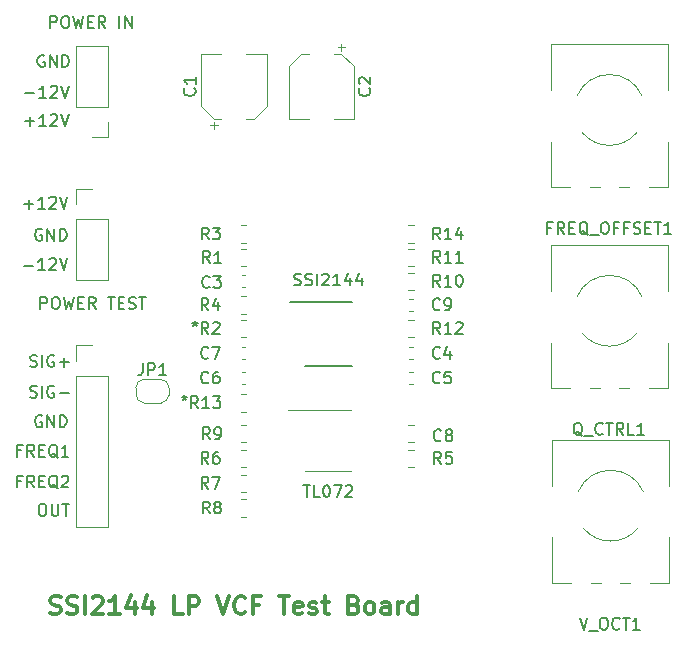
<source format=gbr>
%TF.GenerationSoftware,KiCad,Pcbnew,(6.0.11)*%
%TF.CreationDate,2023-01-31T16:53:48+00:00*%
%TF.ProjectId,Quilter,5175696c-7465-4722-9e6b-696361645f70,rev?*%
%TF.SameCoordinates,Original*%
%TF.FileFunction,Legend,Top*%
%TF.FilePolarity,Positive*%
%FSLAX46Y46*%
G04 Gerber Fmt 4.6, Leading zero omitted, Abs format (unit mm)*
G04 Created by KiCad (PCBNEW (6.0.11)) date 2023-01-31 16:53:48*
%MOMM*%
%LPD*%
G01*
G04 APERTURE LIST*
%ADD10C,0.150000*%
%ADD11C,0.300000*%
%ADD12C,0.120000*%
G04 APERTURE END LIST*
D10*
X53800000Y-74152380D02*
X53800000Y-74390476D01*
X53561904Y-74295238D02*
X53800000Y-74390476D01*
X54038095Y-74295238D01*
X53657142Y-74580952D02*
X53800000Y-74390476D01*
X53942857Y-74580952D01*
X54700000Y-67852380D02*
X54700000Y-68090476D01*
X54461904Y-67995238D02*
X54700000Y-68090476D01*
X54938095Y-67995238D01*
X54557142Y-68280952D02*
X54700000Y-68090476D01*
X54842857Y-68280952D01*
X39990476Y-81428571D02*
X39657142Y-81428571D01*
X39657142Y-81952380D02*
X39657142Y-80952380D01*
X40133333Y-80952380D01*
X41085714Y-81952380D02*
X40752380Y-81476190D01*
X40514285Y-81952380D02*
X40514285Y-80952380D01*
X40895238Y-80952380D01*
X40990476Y-81000000D01*
X41038095Y-81047619D01*
X41085714Y-81142857D01*
X41085714Y-81285714D01*
X41038095Y-81380952D01*
X40990476Y-81428571D01*
X40895238Y-81476190D01*
X40514285Y-81476190D01*
X41514285Y-81428571D02*
X41847619Y-81428571D01*
X41990476Y-81952380D02*
X41514285Y-81952380D01*
X41514285Y-80952380D01*
X41990476Y-80952380D01*
X43085714Y-82047619D02*
X42990476Y-82000000D01*
X42895238Y-81904761D01*
X42752380Y-81761904D01*
X42657142Y-81714285D01*
X42561904Y-81714285D01*
X42609523Y-81952380D02*
X42514285Y-81904761D01*
X42419047Y-81809523D01*
X42371428Y-81619047D01*
X42371428Y-81285714D01*
X42419047Y-81095238D01*
X42514285Y-81000000D01*
X42609523Y-80952380D01*
X42800000Y-80952380D01*
X42895238Y-81000000D01*
X42990476Y-81095238D01*
X43038095Y-81285714D01*
X43038095Y-81619047D01*
X42990476Y-81809523D01*
X42895238Y-81904761D01*
X42800000Y-81952380D01*
X42609523Y-81952380D01*
X43419047Y-81047619D02*
X43466666Y-81000000D01*
X43561904Y-80952380D01*
X43800000Y-80952380D01*
X43895238Y-81000000D01*
X43942857Y-81047619D01*
X43990476Y-81142857D01*
X43990476Y-81238095D01*
X43942857Y-81380952D01*
X43371428Y-81952380D01*
X43990476Y-81952380D01*
X40757142Y-74304761D02*
X40900000Y-74352380D01*
X41138095Y-74352380D01*
X41233333Y-74304761D01*
X41280952Y-74257142D01*
X41328571Y-74161904D01*
X41328571Y-74066666D01*
X41280952Y-73971428D01*
X41233333Y-73923809D01*
X41138095Y-73876190D01*
X40947619Y-73828571D01*
X40852380Y-73780952D01*
X40804761Y-73733333D01*
X40757142Y-73638095D01*
X40757142Y-73542857D01*
X40804761Y-73447619D01*
X40852380Y-73400000D01*
X40947619Y-73352380D01*
X41185714Y-73352380D01*
X41328571Y-73400000D01*
X41757142Y-74352380D02*
X41757142Y-73352380D01*
X42757142Y-73400000D02*
X42661904Y-73352380D01*
X42519047Y-73352380D01*
X42376190Y-73400000D01*
X42280952Y-73495238D01*
X42233333Y-73590476D01*
X42185714Y-73780952D01*
X42185714Y-73923809D01*
X42233333Y-74114285D01*
X42280952Y-74209523D01*
X42376190Y-74304761D01*
X42519047Y-74352380D01*
X42614285Y-74352380D01*
X42757142Y-74304761D01*
X42804761Y-74257142D01*
X42804761Y-73923809D01*
X42614285Y-73923809D01*
X43233333Y-73971428D02*
X43995238Y-73971428D01*
X40757142Y-71704761D02*
X40900000Y-71752380D01*
X41138095Y-71752380D01*
X41233333Y-71704761D01*
X41280952Y-71657142D01*
X41328571Y-71561904D01*
X41328571Y-71466666D01*
X41280952Y-71371428D01*
X41233333Y-71323809D01*
X41138095Y-71276190D01*
X40947619Y-71228571D01*
X40852380Y-71180952D01*
X40804761Y-71133333D01*
X40757142Y-71038095D01*
X40757142Y-70942857D01*
X40804761Y-70847619D01*
X40852380Y-70800000D01*
X40947619Y-70752380D01*
X41185714Y-70752380D01*
X41328571Y-70800000D01*
X41757142Y-71752380D02*
X41757142Y-70752380D01*
X42757142Y-70800000D02*
X42661904Y-70752380D01*
X42519047Y-70752380D01*
X42376190Y-70800000D01*
X42280952Y-70895238D01*
X42233333Y-70990476D01*
X42185714Y-71180952D01*
X42185714Y-71323809D01*
X42233333Y-71514285D01*
X42280952Y-71609523D01*
X42376190Y-71704761D01*
X42519047Y-71752380D01*
X42614285Y-71752380D01*
X42757142Y-71704761D01*
X42804761Y-71657142D01*
X42804761Y-71323809D01*
X42614285Y-71323809D01*
X43233333Y-71371428D02*
X43995238Y-71371428D01*
X43614285Y-71752380D02*
X43614285Y-70990476D01*
X39990476Y-78828571D02*
X39657142Y-78828571D01*
X39657142Y-79352380D02*
X39657142Y-78352380D01*
X40133333Y-78352380D01*
X41085714Y-79352380D02*
X40752380Y-78876190D01*
X40514285Y-79352380D02*
X40514285Y-78352380D01*
X40895238Y-78352380D01*
X40990476Y-78400000D01*
X41038095Y-78447619D01*
X41085714Y-78542857D01*
X41085714Y-78685714D01*
X41038095Y-78780952D01*
X40990476Y-78828571D01*
X40895238Y-78876190D01*
X40514285Y-78876190D01*
X41514285Y-78828571D02*
X41847619Y-78828571D01*
X41990476Y-79352380D02*
X41514285Y-79352380D01*
X41514285Y-78352380D01*
X41990476Y-78352380D01*
X43085714Y-79447619D02*
X42990476Y-79400000D01*
X42895238Y-79304761D01*
X42752380Y-79161904D01*
X42657142Y-79114285D01*
X42561904Y-79114285D01*
X42609523Y-79352380D02*
X42514285Y-79304761D01*
X42419047Y-79209523D01*
X42371428Y-79019047D01*
X42371428Y-78685714D01*
X42419047Y-78495238D01*
X42514285Y-78400000D01*
X42609523Y-78352380D01*
X42800000Y-78352380D01*
X42895238Y-78400000D01*
X42990476Y-78495238D01*
X43038095Y-78685714D01*
X43038095Y-79019047D01*
X42990476Y-79209523D01*
X42895238Y-79304761D01*
X42800000Y-79352380D01*
X42609523Y-79352380D01*
X43990476Y-79352380D02*
X43419047Y-79352380D01*
X43704761Y-79352380D02*
X43704761Y-78352380D01*
X43609523Y-78495238D01*
X43514285Y-78590476D01*
X43419047Y-78638095D01*
X41738095Y-75900000D02*
X41642857Y-75852380D01*
X41500000Y-75852380D01*
X41357142Y-75900000D01*
X41261904Y-75995238D01*
X41214285Y-76090476D01*
X41166666Y-76280952D01*
X41166666Y-76423809D01*
X41214285Y-76614285D01*
X41261904Y-76709523D01*
X41357142Y-76804761D01*
X41500000Y-76852380D01*
X41595238Y-76852380D01*
X41738095Y-76804761D01*
X41785714Y-76757142D01*
X41785714Y-76423809D01*
X41595238Y-76423809D01*
X42214285Y-76852380D02*
X42214285Y-75852380D01*
X42785714Y-76852380D01*
X42785714Y-75852380D01*
X43261904Y-76852380D02*
X43261904Y-75852380D01*
X43500000Y-75852380D01*
X43642857Y-75900000D01*
X43738095Y-75995238D01*
X43785714Y-76090476D01*
X43833333Y-76280952D01*
X43833333Y-76423809D01*
X43785714Y-76614285D01*
X43738095Y-76709523D01*
X43642857Y-76804761D01*
X43500000Y-76852380D01*
X43261904Y-76852380D01*
X41700000Y-83352380D02*
X41890476Y-83352380D01*
X41985714Y-83400000D01*
X42080952Y-83495238D01*
X42128571Y-83685714D01*
X42128571Y-84019047D01*
X42080952Y-84209523D01*
X41985714Y-84304761D01*
X41890476Y-84352380D01*
X41700000Y-84352380D01*
X41604761Y-84304761D01*
X41509523Y-84209523D01*
X41461904Y-84019047D01*
X41461904Y-83685714D01*
X41509523Y-83495238D01*
X41604761Y-83400000D01*
X41700000Y-83352380D01*
X42557142Y-83352380D02*
X42557142Y-84161904D01*
X42604761Y-84257142D01*
X42652380Y-84304761D01*
X42747619Y-84352380D01*
X42938095Y-84352380D01*
X43033333Y-84304761D01*
X43080952Y-84257142D01*
X43128571Y-84161904D01*
X43128571Y-83352380D01*
X43461904Y-83352380D02*
X44033333Y-83352380D01*
X43747619Y-84352380D02*
X43747619Y-83352380D01*
X41619047Y-66852380D02*
X41619047Y-65852380D01*
X42000000Y-65852380D01*
X42095238Y-65900000D01*
X42142857Y-65947619D01*
X42190476Y-66042857D01*
X42190476Y-66185714D01*
X42142857Y-66280952D01*
X42095238Y-66328571D01*
X42000000Y-66376190D01*
X41619047Y-66376190D01*
X42809523Y-65852380D02*
X43000000Y-65852380D01*
X43095238Y-65900000D01*
X43190476Y-65995238D01*
X43238095Y-66185714D01*
X43238095Y-66519047D01*
X43190476Y-66709523D01*
X43095238Y-66804761D01*
X43000000Y-66852380D01*
X42809523Y-66852380D01*
X42714285Y-66804761D01*
X42619047Y-66709523D01*
X42571428Y-66519047D01*
X42571428Y-66185714D01*
X42619047Y-65995238D01*
X42714285Y-65900000D01*
X42809523Y-65852380D01*
X43571428Y-65852380D02*
X43809523Y-66852380D01*
X44000000Y-66138095D01*
X44190476Y-66852380D01*
X44428571Y-65852380D01*
X44809523Y-66328571D02*
X45142857Y-66328571D01*
X45285714Y-66852380D02*
X44809523Y-66852380D01*
X44809523Y-65852380D01*
X45285714Y-65852380D01*
X46285714Y-66852380D02*
X45952380Y-66376190D01*
X45714285Y-66852380D02*
X45714285Y-65852380D01*
X46095238Y-65852380D01*
X46190476Y-65900000D01*
X46238095Y-65947619D01*
X46285714Y-66042857D01*
X46285714Y-66185714D01*
X46238095Y-66280952D01*
X46190476Y-66328571D01*
X46095238Y-66376190D01*
X45714285Y-66376190D01*
X47333333Y-65852380D02*
X47904761Y-65852380D01*
X47619047Y-66852380D02*
X47619047Y-65852380D01*
X48238095Y-66328571D02*
X48571428Y-66328571D01*
X48714285Y-66852380D02*
X48238095Y-66852380D01*
X48238095Y-65852380D01*
X48714285Y-65852380D01*
X49095238Y-66804761D02*
X49238095Y-66852380D01*
X49476190Y-66852380D01*
X49571428Y-66804761D01*
X49619047Y-66757142D01*
X49666666Y-66661904D01*
X49666666Y-66566666D01*
X49619047Y-66471428D01*
X49571428Y-66423809D01*
X49476190Y-66376190D01*
X49285714Y-66328571D01*
X49190476Y-66280952D01*
X49142857Y-66233333D01*
X49095238Y-66138095D01*
X49095238Y-66042857D01*
X49142857Y-65947619D01*
X49190476Y-65900000D01*
X49285714Y-65852380D01*
X49523809Y-65852380D01*
X49666666Y-65900000D01*
X49952380Y-65852380D02*
X50523809Y-65852380D01*
X50238095Y-66852380D02*
X50238095Y-65852380D01*
X42447619Y-43052380D02*
X42447619Y-42052380D01*
X42828571Y-42052380D01*
X42923809Y-42100000D01*
X42971428Y-42147619D01*
X43019047Y-42242857D01*
X43019047Y-42385714D01*
X42971428Y-42480952D01*
X42923809Y-42528571D01*
X42828571Y-42576190D01*
X42447619Y-42576190D01*
X43638095Y-42052380D02*
X43828571Y-42052380D01*
X43923809Y-42100000D01*
X44019047Y-42195238D01*
X44066666Y-42385714D01*
X44066666Y-42719047D01*
X44019047Y-42909523D01*
X43923809Y-43004761D01*
X43828571Y-43052380D01*
X43638095Y-43052380D01*
X43542857Y-43004761D01*
X43447619Y-42909523D01*
X43400000Y-42719047D01*
X43400000Y-42385714D01*
X43447619Y-42195238D01*
X43542857Y-42100000D01*
X43638095Y-42052380D01*
X44400000Y-42052380D02*
X44638095Y-43052380D01*
X44828571Y-42338095D01*
X45019047Y-43052380D01*
X45257142Y-42052380D01*
X45638095Y-42528571D02*
X45971428Y-42528571D01*
X46114285Y-43052380D02*
X45638095Y-43052380D01*
X45638095Y-42052380D01*
X46114285Y-42052380D01*
X47114285Y-43052380D02*
X46780952Y-42576190D01*
X46542857Y-43052380D02*
X46542857Y-42052380D01*
X46923809Y-42052380D01*
X47019047Y-42100000D01*
X47066666Y-42147619D01*
X47114285Y-42242857D01*
X47114285Y-42385714D01*
X47066666Y-42480952D01*
X47019047Y-42528571D01*
X46923809Y-42576190D01*
X46542857Y-42576190D01*
X48304761Y-43052380D02*
X48304761Y-42052380D01*
X48780952Y-43052380D02*
X48780952Y-42052380D01*
X49352380Y-43052380D01*
X49352380Y-42052380D01*
X41738095Y-60100000D02*
X41642857Y-60052380D01*
X41500000Y-60052380D01*
X41357142Y-60100000D01*
X41261904Y-60195238D01*
X41214285Y-60290476D01*
X41166666Y-60480952D01*
X41166666Y-60623809D01*
X41214285Y-60814285D01*
X41261904Y-60909523D01*
X41357142Y-61004761D01*
X41500000Y-61052380D01*
X41595238Y-61052380D01*
X41738095Y-61004761D01*
X41785714Y-60957142D01*
X41785714Y-60623809D01*
X41595238Y-60623809D01*
X42214285Y-61052380D02*
X42214285Y-60052380D01*
X42785714Y-61052380D01*
X42785714Y-60052380D01*
X43261904Y-61052380D02*
X43261904Y-60052380D01*
X43500000Y-60052380D01*
X43642857Y-60100000D01*
X43738095Y-60195238D01*
X43785714Y-60290476D01*
X43833333Y-60480952D01*
X43833333Y-60623809D01*
X43785714Y-60814285D01*
X43738095Y-60909523D01*
X43642857Y-61004761D01*
X43500000Y-61052380D01*
X43261904Y-61052380D01*
X40238095Y-63171428D02*
X41000000Y-63171428D01*
X42000000Y-63552380D02*
X41428571Y-63552380D01*
X41714285Y-63552380D02*
X41714285Y-62552380D01*
X41619047Y-62695238D01*
X41523809Y-62790476D01*
X41428571Y-62838095D01*
X42380952Y-62647619D02*
X42428571Y-62600000D01*
X42523809Y-62552380D01*
X42761904Y-62552380D01*
X42857142Y-62600000D01*
X42904761Y-62647619D01*
X42952380Y-62742857D01*
X42952380Y-62838095D01*
X42904761Y-62980952D01*
X42333333Y-63552380D01*
X42952380Y-63552380D01*
X43238095Y-62552380D02*
X43571428Y-63552380D01*
X43904761Y-62552380D01*
X40238095Y-57971428D02*
X41000000Y-57971428D01*
X40619047Y-58352380D02*
X40619047Y-57590476D01*
X42000000Y-58352380D02*
X41428571Y-58352380D01*
X41714285Y-58352380D02*
X41714285Y-57352380D01*
X41619047Y-57495238D01*
X41523809Y-57590476D01*
X41428571Y-57638095D01*
X42380952Y-57447619D02*
X42428571Y-57400000D01*
X42523809Y-57352380D01*
X42761904Y-57352380D01*
X42857142Y-57400000D01*
X42904761Y-57447619D01*
X42952380Y-57542857D01*
X42952380Y-57638095D01*
X42904761Y-57780952D01*
X42333333Y-58352380D01*
X42952380Y-58352380D01*
X43238095Y-57352380D02*
X43571428Y-58352380D01*
X43904761Y-57352380D01*
X40338095Y-50971428D02*
X41100000Y-50971428D01*
X40719047Y-51352380D02*
X40719047Y-50590476D01*
X42100000Y-51352380D02*
X41528571Y-51352380D01*
X41814285Y-51352380D02*
X41814285Y-50352380D01*
X41719047Y-50495238D01*
X41623809Y-50590476D01*
X41528571Y-50638095D01*
X42480952Y-50447619D02*
X42528571Y-50400000D01*
X42623809Y-50352380D01*
X42861904Y-50352380D01*
X42957142Y-50400000D01*
X43004761Y-50447619D01*
X43052380Y-50542857D01*
X43052380Y-50638095D01*
X43004761Y-50780952D01*
X42433333Y-51352380D01*
X43052380Y-51352380D01*
X43338095Y-50352380D02*
X43671428Y-51352380D01*
X44004761Y-50352380D01*
X40338095Y-48571428D02*
X41100000Y-48571428D01*
X42100000Y-48952380D02*
X41528571Y-48952380D01*
X41814285Y-48952380D02*
X41814285Y-47952380D01*
X41719047Y-48095238D01*
X41623809Y-48190476D01*
X41528571Y-48238095D01*
X42480952Y-48047619D02*
X42528571Y-48000000D01*
X42623809Y-47952380D01*
X42861904Y-47952380D01*
X42957142Y-48000000D01*
X43004761Y-48047619D01*
X43052380Y-48142857D01*
X43052380Y-48238095D01*
X43004761Y-48380952D01*
X42433333Y-48952380D01*
X43052380Y-48952380D01*
X43338095Y-47952380D02*
X43671428Y-48952380D01*
X44004761Y-47952380D01*
X41938095Y-45400000D02*
X41842857Y-45352380D01*
X41700000Y-45352380D01*
X41557142Y-45400000D01*
X41461904Y-45495238D01*
X41414285Y-45590476D01*
X41366666Y-45780952D01*
X41366666Y-45923809D01*
X41414285Y-46114285D01*
X41461904Y-46209523D01*
X41557142Y-46304761D01*
X41700000Y-46352380D01*
X41795238Y-46352380D01*
X41938095Y-46304761D01*
X41985714Y-46257142D01*
X41985714Y-45923809D01*
X41795238Y-45923809D01*
X42414285Y-46352380D02*
X42414285Y-45352380D01*
X42985714Y-46352380D01*
X42985714Y-45352380D01*
X43461904Y-46352380D02*
X43461904Y-45352380D01*
X43700000Y-45352380D01*
X43842857Y-45400000D01*
X43938095Y-45495238D01*
X43985714Y-45590476D01*
X44033333Y-45780952D01*
X44033333Y-45923809D01*
X43985714Y-46114285D01*
X43938095Y-46209523D01*
X43842857Y-46304761D01*
X43700000Y-46352380D01*
X43461904Y-46352380D01*
X63880952Y-81752380D02*
X64452380Y-81752380D01*
X64166666Y-82752380D02*
X64166666Y-81752380D01*
X65261904Y-82752380D02*
X64785714Y-82752380D01*
X64785714Y-81752380D01*
X65785714Y-81752380D02*
X65880952Y-81752380D01*
X65976190Y-81800000D01*
X66023809Y-81847619D01*
X66071428Y-81942857D01*
X66119047Y-82133333D01*
X66119047Y-82371428D01*
X66071428Y-82561904D01*
X66023809Y-82657142D01*
X65976190Y-82704761D01*
X65880952Y-82752380D01*
X65785714Y-82752380D01*
X65690476Y-82704761D01*
X65642857Y-82657142D01*
X65595238Y-82561904D01*
X65547619Y-82371428D01*
X65547619Y-82133333D01*
X65595238Y-81942857D01*
X65642857Y-81847619D01*
X65690476Y-81800000D01*
X65785714Y-81752380D01*
X66452380Y-81752380D02*
X67119047Y-81752380D01*
X66690476Y-82752380D01*
X67452380Y-81847619D02*
X67500000Y-81800000D01*
X67595238Y-81752380D01*
X67833333Y-81752380D01*
X67928571Y-81800000D01*
X67976190Y-81847619D01*
X68023809Y-81942857D01*
X68023809Y-82038095D01*
X67976190Y-82180952D01*
X67404761Y-82752380D01*
X68023809Y-82752380D01*
X63095238Y-64804761D02*
X63238095Y-64852380D01*
X63476190Y-64852380D01*
X63571428Y-64804761D01*
X63619047Y-64757142D01*
X63666666Y-64661904D01*
X63666666Y-64566666D01*
X63619047Y-64471428D01*
X63571428Y-64423809D01*
X63476190Y-64376190D01*
X63285714Y-64328571D01*
X63190476Y-64280952D01*
X63142857Y-64233333D01*
X63095238Y-64138095D01*
X63095238Y-64042857D01*
X63142857Y-63947619D01*
X63190476Y-63900000D01*
X63285714Y-63852380D01*
X63523809Y-63852380D01*
X63666666Y-63900000D01*
X64047619Y-64804761D02*
X64190476Y-64852380D01*
X64428571Y-64852380D01*
X64523809Y-64804761D01*
X64571428Y-64757142D01*
X64619047Y-64661904D01*
X64619047Y-64566666D01*
X64571428Y-64471428D01*
X64523809Y-64423809D01*
X64428571Y-64376190D01*
X64238095Y-64328571D01*
X64142857Y-64280952D01*
X64095238Y-64233333D01*
X64047619Y-64138095D01*
X64047619Y-64042857D01*
X64095238Y-63947619D01*
X64142857Y-63900000D01*
X64238095Y-63852380D01*
X64476190Y-63852380D01*
X64619047Y-63900000D01*
X65047619Y-64852380D02*
X65047619Y-63852380D01*
X65476190Y-63947619D02*
X65523809Y-63900000D01*
X65619047Y-63852380D01*
X65857142Y-63852380D01*
X65952380Y-63900000D01*
X66000000Y-63947619D01*
X66047619Y-64042857D01*
X66047619Y-64138095D01*
X66000000Y-64280952D01*
X65428571Y-64852380D01*
X66047619Y-64852380D01*
X67000000Y-64852380D02*
X66428571Y-64852380D01*
X66714285Y-64852380D02*
X66714285Y-63852380D01*
X66619047Y-63995238D01*
X66523809Y-64090476D01*
X66428571Y-64138095D01*
X67857142Y-64185714D02*
X67857142Y-64852380D01*
X67619047Y-63804761D02*
X67380952Y-64519047D01*
X68000000Y-64519047D01*
X68809523Y-64185714D02*
X68809523Y-64852380D01*
X68571428Y-63804761D02*
X68333333Y-64519047D01*
X68952380Y-64519047D01*
D11*
X42464285Y-92607142D02*
X42678571Y-92678571D01*
X43035714Y-92678571D01*
X43178571Y-92607142D01*
X43250000Y-92535714D01*
X43321428Y-92392857D01*
X43321428Y-92250000D01*
X43250000Y-92107142D01*
X43178571Y-92035714D01*
X43035714Y-91964285D01*
X42750000Y-91892857D01*
X42607142Y-91821428D01*
X42535714Y-91750000D01*
X42464285Y-91607142D01*
X42464285Y-91464285D01*
X42535714Y-91321428D01*
X42607142Y-91250000D01*
X42750000Y-91178571D01*
X43107142Y-91178571D01*
X43321428Y-91250000D01*
X43892857Y-92607142D02*
X44107142Y-92678571D01*
X44464285Y-92678571D01*
X44607142Y-92607142D01*
X44678571Y-92535714D01*
X44750000Y-92392857D01*
X44750000Y-92250000D01*
X44678571Y-92107142D01*
X44607142Y-92035714D01*
X44464285Y-91964285D01*
X44178571Y-91892857D01*
X44035714Y-91821428D01*
X43964285Y-91750000D01*
X43892857Y-91607142D01*
X43892857Y-91464285D01*
X43964285Y-91321428D01*
X44035714Y-91250000D01*
X44178571Y-91178571D01*
X44535714Y-91178571D01*
X44750000Y-91250000D01*
X45392857Y-92678571D02*
X45392857Y-91178571D01*
X46035714Y-91321428D02*
X46107142Y-91250000D01*
X46250000Y-91178571D01*
X46607142Y-91178571D01*
X46750000Y-91250000D01*
X46821428Y-91321428D01*
X46892857Y-91464285D01*
X46892857Y-91607142D01*
X46821428Y-91821428D01*
X45964285Y-92678571D01*
X46892857Y-92678571D01*
X48321428Y-92678571D02*
X47464285Y-92678571D01*
X47892857Y-92678571D02*
X47892857Y-91178571D01*
X47750000Y-91392857D01*
X47607142Y-91535714D01*
X47464285Y-91607142D01*
X49607142Y-91678571D02*
X49607142Y-92678571D01*
X49249999Y-91107142D02*
X48892857Y-92178571D01*
X49821428Y-92178571D01*
X51035714Y-91678571D02*
X51035714Y-92678571D01*
X50678571Y-91107142D02*
X50321428Y-92178571D01*
X51249999Y-92178571D01*
X53678571Y-92678571D02*
X52964285Y-92678571D01*
X52964285Y-91178571D01*
X54178571Y-92678571D02*
X54178571Y-91178571D01*
X54749999Y-91178571D01*
X54892857Y-91250000D01*
X54964285Y-91321428D01*
X55035714Y-91464285D01*
X55035714Y-91678571D01*
X54964285Y-91821428D01*
X54892857Y-91892857D01*
X54749999Y-91964285D01*
X54178571Y-91964285D01*
X56607142Y-91178571D02*
X57107142Y-92678571D01*
X57607142Y-91178571D01*
X58964285Y-92535714D02*
X58892857Y-92607142D01*
X58678571Y-92678571D01*
X58535714Y-92678571D01*
X58321428Y-92607142D01*
X58178571Y-92464285D01*
X58107142Y-92321428D01*
X58035714Y-92035714D01*
X58035714Y-91821428D01*
X58107142Y-91535714D01*
X58178571Y-91392857D01*
X58321428Y-91250000D01*
X58535714Y-91178571D01*
X58678571Y-91178571D01*
X58892857Y-91250000D01*
X58964285Y-91321428D01*
X60107142Y-91892857D02*
X59607142Y-91892857D01*
X59607142Y-92678571D02*
X59607142Y-91178571D01*
X60321428Y-91178571D01*
X61821428Y-91178571D02*
X62678571Y-91178571D01*
X62249999Y-92678571D02*
X62249999Y-91178571D01*
X63749999Y-92607142D02*
X63607142Y-92678571D01*
X63321428Y-92678571D01*
X63178571Y-92607142D01*
X63107142Y-92464285D01*
X63107142Y-91892857D01*
X63178571Y-91750000D01*
X63321428Y-91678571D01*
X63607142Y-91678571D01*
X63749999Y-91750000D01*
X63821428Y-91892857D01*
X63821428Y-92035714D01*
X63107142Y-92178571D01*
X64392857Y-92607142D02*
X64535714Y-92678571D01*
X64821428Y-92678571D01*
X64964285Y-92607142D01*
X65035714Y-92464285D01*
X65035714Y-92392857D01*
X64964285Y-92250000D01*
X64821428Y-92178571D01*
X64607142Y-92178571D01*
X64464285Y-92107142D01*
X64392857Y-91964285D01*
X64392857Y-91892857D01*
X64464285Y-91750000D01*
X64607142Y-91678571D01*
X64821428Y-91678571D01*
X64964285Y-91750000D01*
X65464285Y-91678571D02*
X66035714Y-91678571D01*
X65678571Y-91178571D02*
X65678571Y-92464285D01*
X65749999Y-92607142D01*
X65892857Y-92678571D01*
X66035714Y-92678571D01*
X68178571Y-91892857D02*
X68392857Y-91964285D01*
X68464285Y-92035714D01*
X68535714Y-92178571D01*
X68535714Y-92392857D01*
X68464285Y-92535714D01*
X68392857Y-92607142D01*
X68250000Y-92678571D01*
X67678571Y-92678571D01*
X67678571Y-91178571D01*
X68178571Y-91178571D01*
X68321428Y-91250000D01*
X68392857Y-91321428D01*
X68464285Y-91464285D01*
X68464285Y-91607142D01*
X68392857Y-91750000D01*
X68321428Y-91821428D01*
X68178571Y-91892857D01*
X67678571Y-91892857D01*
X69392857Y-92678571D02*
X69250000Y-92607142D01*
X69178571Y-92535714D01*
X69107142Y-92392857D01*
X69107142Y-91964285D01*
X69178571Y-91821428D01*
X69250000Y-91750000D01*
X69392857Y-91678571D01*
X69607142Y-91678571D01*
X69750000Y-91750000D01*
X69821428Y-91821428D01*
X69892857Y-91964285D01*
X69892857Y-92392857D01*
X69821428Y-92535714D01*
X69750000Y-92607142D01*
X69607142Y-92678571D01*
X69392857Y-92678571D01*
X71178571Y-92678571D02*
X71178571Y-91892857D01*
X71107142Y-91750000D01*
X70964285Y-91678571D01*
X70678571Y-91678571D01*
X70535714Y-91750000D01*
X71178571Y-92607142D02*
X71035714Y-92678571D01*
X70678571Y-92678571D01*
X70535714Y-92607142D01*
X70464285Y-92464285D01*
X70464285Y-92321428D01*
X70535714Y-92178571D01*
X70678571Y-92107142D01*
X71035714Y-92107142D01*
X71178571Y-92035714D01*
X71892857Y-92678571D02*
X71892857Y-91678571D01*
X71892857Y-91964285D02*
X71964285Y-91821428D01*
X72035714Y-91750000D01*
X72178571Y-91678571D01*
X72321428Y-91678571D01*
X73464285Y-92678571D02*
X73464285Y-91178571D01*
X73464285Y-92607142D02*
X73321428Y-92678571D01*
X73035714Y-92678571D01*
X72892857Y-92607142D01*
X72821428Y-92535714D01*
X72750000Y-92392857D01*
X72750000Y-91964285D01*
X72821428Y-91821428D01*
X72892857Y-91750000D01*
X73035714Y-91678571D01*
X73321428Y-91678571D01*
X73464285Y-91750000D01*
D10*
%TO.C,R14*%
X75457142Y-60952380D02*
X75123809Y-60476190D01*
X74885714Y-60952380D02*
X74885714Y-59952380D01*
X75266666Y-59952380D01*
X75361904Y-60000000D01*
X75409523Y-60047619D01*
X75457142Y-60142857D01*
X75457142Y-60285714D01*
X75409523Y-60380952D01*
X75361904Y-60428571D01*
X75266666Y-60476190D01*
X74885714Y-60476190D01*
X76409523Y-60952380D02*
X75838095Y-60952380D01*
X76123809Y-60952380D02*
X76123809Y-59952380D01*
X76028571Y-60095238D01*
X75933333Y-60190476D01*
X75838095Y-60238095D01*
X77266666Y-60285714D02*
X77266666Y-60952380D01*
X77028571Y-59904761D02*
X76790476Y-60619047D01*
X77409523Y-60619047D01*
%TO.C,C6*%
X55833333Y-73057142D02*
X55785714Y-73104761D01*
X55642857Y-73152380D01*
X55547619Y-73152380D01*
X55404761Y-73104761D01*
X55309523Y-73009523D01*
X55261904Y-72914285D01*
X55214285Y-72723809D01*
X55214285Y-72580952D01*
X55261904Y-72390476D01*
X55309523Y-72295238D01*
X55404761Y-72200000D01*
X55547619Y-72152380D01*
X55642857Y-72152380D01*
X55785714Y-72200000D01*
X55833333Y-72247619D01*
X56690476Y-72152380D02*
X56500000Y-72152380D01*
X56404761Y-72200000D01*
X56357142Y-72247619D01*
X56261904Y-72390476D01*
X56214285Y-72580952D01*
X56214285Y-72961904D01*
X56261904Y-73057142D01*
X56309523Y-73104761D01*
X56404761Y-73152380D01*
X56595238Y-73152380D01*
X56690476Y-73104761D01*
X56738095Y-73057142D01*
X56785714Y-72961904D01*
X56785714Y-72723809D01*
X56738095Y-72628571D01*
X56690476Y-72580952D01*
X56595238Y-72533333D01*
X56404761Y-72533333D01*
X56309523Y-72580952D01*
X56261904Y-72628571D01*
X56214285Y-72723809D01*
%TO.C,C5*%
X75433333Y-73057142D02*
X75385714Y-73104761D01*
X75242857Y-73152380D01*
X75147619Y-73152380D01*
X75004761Y-73104761D01*
X74909523Y-73009523D01*
X74861904Y-72914285D01*
X74814285Y-72723809D01*
X74814285Y-72580952D01*
X74861904Y-72390476D01*
X74909523Y-72295238D01*
X75004761Y-72200000D01*
X75147619Y-72152380D01*
X75242857Y-72152380D01*
X75385714Y-72200000D01*
X75433333Y-72247619D01*
X76338095Y-72152380D02*
X75861904Y-72152380D01*
X75814285Y-72628571D01*
X75861904Y-72580952D01*
X75957142Y-72533333D01*
X76195238Y-72533333D01*
X76290476Y-72580952D01*
X76338095Y-72628571D01*
X76385714Y-72723809D01*
X76385714Y-72961904D01*
X76338095Y-73057142D01*
X76290476Y-73104761D01*
X76195238Y-73152380D01*
X75957142Y-73152380D01*
X75861904Y-73104761D01*
X75814285Y-73057142D01*
%TO.C,C4*%
X75433333Y-70957142D02*
X75385714Y-71004761D01*
X75242857Y-71052380D01*
X75147619Y-71052380D01*
X75004761Y-71004761D01*
X74909523Y-70909523D01*
X74861904Y-70814285D01*
X74814285Y-70623809D01*
X74814285Y-70480952D01*
X74861904Y-70290476D01*
X74909523Y-70195238D01*
X75004761Y-70100000D01*
X75147619Y-70052380D01*
X75242857Y-70052380D01*
X75385714Y-70100000D01*
X75433333Y-70147619D01*
X76290476Y-70385714D02*
X76290476Y-71052380D01*
X76052380Y-70004761D02*
X75814285Y-70719047D01*
X76433333Y-70719047D01*
%TO.C,C3*%
X55933333Y-64957142D02*
X55885714Y-65004761D01*
X55742857Y-65052380D01*
X55647619Y-65052380D01*
X55504761Y-65004761D01*
X55409523Y-64909523D01*
X55361904Y-64814285D01*
X55314285Y-64623809D01*
X55314285Y-64480952D01*
X55361904Y-64290476D01*
X55409523Y-64195238D01*
X55504761Y-64100000D01*
X55647619Y-64052380D01*
X55742857Y-64052380D01*
X55885714Y-64100000D01*
X55933333Y-64147619D01*
X56266666Y-64052380D02*
X56885714Y-64052380D01*
X56552380Y-64433333D01*
X56695238Y-64433333D01*
X56790476Y-64480952D01*
X56838095Y-64528571D01*
X56885714Y-64623809D01*
X56885714Y-64861904D01*
X56838095Y-64957142D01*
X56790476Y-65004761D01*
X56695238Y-65052380D01*
X56409523Y-65052380D01*
X56314285Y-65004761D01*
X56266666Y-64957142D01*
%TO.C,C9*%
X75433333Y-66857142D02*
X75385714Y-66904761D01*
X75242857Y-66952380D01*
X75147619Y-66952380D01*
X75004761Y-66904761D01*
X74909523Y-66809523D01*
X74861904Y-66714285D01*
X74814285Y-66523809D01*
X74814285Y-66380952D01*
X74861904Y-66190476D01*
X74909523Y-66095238D01*
X75004761Y-66000000D01*
X75147619Y-65952380D01*
X75242857Y-65952380D01*
X75385714Y-66000000D01*
X75433333Y-66047619D01*
X75909523Y-66952380D02*
X76100000Y-66952380D01*
X76195238Y-66904761D01*
X76242857Y-66857142D01*
X76338095Y-66714285D01*
X76385714Y-66523809D01*
X76385714Y-66142857D01*
X76338095Y-66047619D01*
X76290476Y-66000000D01*
X76195238Y-65952380D01*
X76004761Y-65952380D01*
X75909523Y-66000000D01*
X75861904Y-66047619D01*
X75814285Y-66142857D01*
X75814285Y-66380952D01*
X75861904Y-66476190D01*
X75909523Y-66523809D01*
X76004761Y-66571428D01*
X76195238Y-66571428D01*
X76290476Y-66523809D01*
X76338095Y-66476190D01*
X76385714Y-66380952D01*
%TO.C,C7*%
X55833333Y-70957142D02*
X55785714Y-71004761D01*
X55642857Y-71052380D01*
X55547619Y-71052380D01*
X55404761Y-71004761D01*
X55309523Y-70909523D01*
X55261904Y-70814285D01*
X55214285Y-70623809D01*
X55214285Y-70480952D01*
X55261904Y-70290476D01*
X55309523Y-70195238D01*
X55404761Y-70100000D01*
X55547619Y-70052380D01*
X55642857Y-70052380D01*
X55785714Y-70100000D01*
X55833333Y-70147619D01*
X56166666Y-70052380D02*
X56833333Y-70052380D01*
X56404761Y-71052380D01*
%TO.C,R13*%
X54957142Y-75252380D02*
X54623809Y-74776190D01*
X54385714Y-75252380D02*
X54385714Y-74252380D01*
X54766666Y-74252380D01*
X54861904Y-74300000D01*
X54909523Y-74347619D01*
X54957142Y-74442857D01*
X54957142Y-74585714D01*
X54909523Y-74680952D01*
X54861904Y-74728571D01*
X54766666Y-74776190D01*
X54385714Y-74776190D01*
X55909523Y-75252380D02*
X55338095Y-75252380D01*
X55623809Y-75252380D02*
X55623809Y-74252380D01*
X55528571Y-74395238D01*
X55433333Y-74490476D01*
X55338095Y-74538095D01*
X56242857Y-74252380D02*
X56861904Y-74252380D01*
X56528571Y-74633333D01*
X56671428Y-74633333D01*
X56766666Y-74680952D01*
X56814285Y-74728571D01*
X56861904Y-74823809D01*
X56861904Y-75061904D01*
X56814285Y-75157142D01*
X56766666Y-75204761D01*
X56671428Y-75252380D01*
X56385714Y-75252380D01*
X56290476Y-75204761D01*
X56242857Y-75157142D01*
%TO.C,R4*%
X55833333Y-66952380D02*
X55500000Y-66476190D01*
X55261904Y-66952380D02*
X55261904Y-65952380D01*
X55642857Y-65952380D01*
X55738095Y-66000000D01*
X55785714Y-66047619D01*
X55833333Y-66142857D01*
X55833333Y-66285714D01*
X55785714Y-66380952D01*
X55738095Y-66428571D01*
X55642857Y-66476190D01*
X55261904Y-66476190D01*
X56690476Y-66285714D02*
X56690476Y-66952380D01*
X56452380Y-65904761D02*
X56214285Y-66619047D01*
X56833333Y-66619047D01*
%TO.C,R3*%
X55870591Y-60952380D02*
X55537258Y-60476190D01*
X55299162Y-60952380D02*
X55299162Y-59952380D01*
X55680115Y-59952380D01*
X55775353Y-60000000D01*
X55822972Y-60047619D01*
X55870591Y-60142857D01*
X55870591Y-60285714D01*
X55822972Y-60380952D01*
X55775353Y-60428571D01*
X55680115Y-60476190D01*
X55299162Y-60476190D01*
X56203924Y-59952380D02*
X56822972Y-59952380D01*
X56489638Y-60333333D01*
X56632496Y-60333333D01*
X56727734Y-60380952D01*
X56775353Y-60428571D01*
X56822972Y-60523809D01*
X56822972Y-60761904D01*
X56775353Y-60857142D01*
X56727734Y-60904761D01*
X56632496Y-60952380D01*
X56346781Y-60952380D01*
X56251543Y-60904761D01*
X56203924Y-60857142D01*
%TO.C,R2*%
X55833333Y-68952380D02*
X55500000Y-68476190D01*
X55261904Y-68952380D02*
X55261904Y-67952380D01*
X55642857Y-67952380D01*
X55738095Y-68000000D01*
X55785714Y-68047619D01*
X55833333Y-68142857D01*
X55833333Y-68285714D01*
X55785714Y-68380952D01*
X55738095Y-68428571D01*
X55642857Y-68476190D01*
X55261904Y-68476190D01*
X56214285Y-68047619D02*
X56261904Y-68000000D01*
X56357142Y-67952380D01*
X56595238Y-67952380D01*
X56690476Y-68000000D01*
X56738095Y-68047619D01*
X56785714Y-68142857D01*
X56785714Y-68238095D01*
X56738095Y-68380952D01*
X56166666Y-68952380D01*
X56785714Y-68952380D01*
%TO.C,R1*%
X55970591Y-62952380D02*
X55637258Y-62476190D01*
X55399162Y-62952380D02*
X55399162Y-61952380D01*
X55780115Y-61952380D01*
X55875353Y-62000000D01*
X55922972Y-62047619D01*
X55970591Y-62142857D01*
X55970591Y-62285714D01*
X55922972Y-62380952D01*
X55875353Y-62428571D01*
X55780115Y-62476190D01*
X55399162Y-62476190D01*
X56922972Y-62952380D02*
X56351543Y-62952380D01*
X56637258Y-62952380D02*
X56637258Y-61952380D01*
X56542019Y-62095238D01*
X56446781Y-62190476D01*
X56351543Y-62238095D01*
%TO.C,FREQ_OFFSET1*%
X84879047Y-59968571D02*
X84545714Y-59968571D01*
X84545714Y-60492380D02*
X84545714Y-59492380D01*
X85021904Y-59492380D01*
X85974285Y-60492380D02*
X85640952Y-60016190D01*
X85402857Y-60492380D02*
X85402857Y-59492380D01*
X85783809Y-59492380D01*
X85879047Y-59540000D01*
X85926666Y-59587619D01*
X85974285Y-59682857D01*
X85974285Y-59825714D01*
X85926666Y-59920952D01*
X85879047Y-59968571D01*
X85783809Y-60016190D01*
X85402857Y-60016190D01*
X86402857Y-59968571D02*
X86736190Y-59968571D01*
X86879047Y-60492380D02*
X86402857Y-60492380D01*
X86402857Y-59492380D01*
X86879047Y-59492380D01*
X87974285Y-60587619D02*
X87879047Y-60540000D01*
X87783809Y-60444761D01*
X87640952Y-60301904D01*
X87545714Y-60254285D01*
X87450476Y-60254285D01*
X87498095Y-60492380D02*
X87402857Y-60444761D01*
X87307619Y-60349523D01*
X87260000Y-60159047D01*
X87260000Y-59825714D01*
X87307619Y-59635238D01*
X87402857Y-59540000D01*
X87498095Y-59492380D01*
X87688571Y-59492380D01*
X87783809Y-59540000D01*
X87879047Y-59635238D01*
X87926666Y-59825714D01*
X87926666Y-60159047D01*
X87879047Y-60349523D01*
X87783809Y-60444761D01*
X87688571Y-60492380D01*
X87498095Y-60492380D01*
X88117142Y-60587619D02*
X88879047Y-60587619D01*
X89307619Y-59492380D02*
X89498095Y-59492380D01*
X89593333Y-59540000D01*
X89688571Y-59635238D01*
X89736190Y-59825714D01*
X89736190Y-60159047D01*
X89688571Y-60349523D01*
X89593333Y-60444761D01*
X89498095Y-60492380D01*
X89307619Y-60492380D01*
X89212380Y-60444761D01*
X89117142Y-60349523D01*
X89069523Y-60159047D01*
X89069523Y-59825714D01*
X89117142Y-59635238D01*
X89212380Y-59540000D01*
X89307619Y-59492380D01*
X90498095Y-59968571D02*
X90164761Y-59968571D01*
X90164761Y-60492380D02*
X90164761Y-59492380D01*
X90640952Y-59492380D01*
X91355238Y-59968571D02*
X91021904Y-59968571D01*
X91021904Y-60492380D02*
X91021904Y-59492380D01*
X91498095Y-59492380D01*
X91831428Y-60444761D02*
X91974285Y-60492380D01*
X92212380Y-60492380D01*
X92307619Y-60444761D01*
X92355238Y-60397142D01*
X92402857Y-60301904D01*
X92402857Y-60206666D01*
X92355238Y-60111428D01*
X92307619Y-60063809D01*
X92212380Y-60016190D01*
X92021904Y-59968571D01*
X91926666Y-59920952D01*
X91879047Y-59873333D01*
X91831428Y-59778095D01*
X91831428Y-59682857D01*
X91879047Y-59587619D01*
X91926666Y-59540000D01*
X92021904Y-59492380D01*
X92260000Y-59492380D01*
X92402857Y-59540000D01*
X92831428Y-59968571D02*
X93164761Y-59968571D01*
X93307619Y-60492380D02*
X92831428Y-60492380D01*
X92831428Y-59492380D01*
X93307619Y-59492380D01*
X93593333Y-59492380D02*
X94164761Y-59492380D01*
X93879047Y-60492380D02*
X93879047Y-59492380D01*
X95021904Y-60492380D02*
X94450476Y-60492380D01*
X94736190Y-60492380D02*
X94736190Y-59492380D01*
X94640952Y-59635238D01*
X94545714Y-59730476D01*
X94450476Y-59778095D01*
%TO.C,Q_CTRL1*%
X87498095Y-77587619D02*
X87402857Y-77540000D01*
X87307619Y-77444761D01*
X87164761Y-77301904D01*
X87069523Y-77254285D01*
X86974285Y-77254285D01*
X87021904Y-77492380D02*
X86926666Y-77444761D01*
X86831428Y-77349523D01*
X86783809Y-77159047D01*
X86783809Y-76825714D01*
X86831428Y-76635238D01*
X86926666Y-76540000D01*
X87021904Y-76492380D01*
X87212380Y-76492380D01*
X87307619Y-76540000D01*
X87402857Y-76635238D01*
X87450476Y-76825714D01*
X87450476Y-77159047D01*
X87402857Y-77349523D01*
X87307619Y-77444761D01*
X87212380Y-77492380D01*
X87021904Y-77492380D01*
X87640952Y-77587619D02*
X88402857Y-77587619D01*
X89212380Y-77397142D02*
X89164761Y-77444761D01*
X89021904Y-77492380D01*
X88926666Y-77492380D01*
X88783809Y-77444761D01*
X88688571Y-77349523D01*
X88640952Y-77254285D01*
X88593333Y-77063809D01*
X88593333Y-76920952D01*
X88640952Y-76730476D01*
X88688571Y-76635238D01*
X88783809Y-76540000D01*
X88926666Y-76492380D01*
X89021904Y-76492380D01*
X89164761Y-76540000D01*
X89212380Y-76587619D01*
X89498095Y-76492380D02*
X90069523Y-76492380D01*
X89783809Y-77492380D02*
X89783809Y-76492380D01*
X90974285Y-77492380D02*
X90640952Y-77016190D01*
X90402857Y-77492380D02*
X90402857Y-76492380D01*
X90783809Y-76492380D01*
X90879047Y-76540000D01*
X90926666Y-76587619D01*
X90974285Y-76682857D01*
X90974285Y-76825714D01*
X90926666Y-76920952D01*
X90879047Y-76968571D01*
X90783809Y-77016190D01*
X90402857Y-77016190D01*
X91879047Y-77492380D02*
X91402857Y-77492380D01*
X91402857Y-76492380D01*
X92736190Y-77492380D02*
X92164761Y-77492380D01*
X92450476Y-77492380D02*
X92450476Y-76492380D01*
X92355238Y-76635238D01*
X92260000Y-76730476D01*
X92164761Y-76778095D01*
%TO.C,V_OCT1*%
X87264761Y-92992380D02*
X87598095Y-93992380D01*
X87931428Y-92992380D01*
X88026666Y-94087619D02*
X88788571Y-94087619D01*
X89217142Y-92992380D02*
X89407619Y-92992380D01*
X89502857Y-93040000D01*
X89598095Y-93135238D01*
X89645714Y-93325714D01*
X89645714Y-93659047D01*
X89598095Y-93849523D01*
X89502857Y-93944761D01*
X89407619Y-93992380D01*
X89217142Y-93992380D01*
X89121904Y-93944761D01*
X89026666Y-93849523D01*
X88979047Y-93659047D01*
X88979047Y-93325714D01*
X89026666Y-93135238D01*
X89121904Y-93040000D01*
X89217142Y-92992380D01*
X90645714Y-93897142D02*
X90598095Y-93944761D01*
X90455238Y-93992380D01*
X90360000Y-93992380D01*
X90217142Y-93944761D01*
X90121904Y-93849523D01*
X90074285Y-93754285D01*
X90026666Y-93563809D01*
X90026666Y-93420952D01*
X90074285Y-93230476D01*
X90121904Y-93135238D01*
X90217142Y-93040000D01*
X90360000Y-92992380D01*
X90455238Y-92992380D01*
X90598095Y-93040000D01*
X90645714Y-93087619D01*
X90931428Y-92992380D02*
X91502857Y-92992380D01*
X91217142Y-93992380D02*
X91217142Y-92992380D01*
X92360000Y-93992380D02*
X91788571Y-93992380D01*
X92074285Y-93992380D02*
X92074285Y-92992380D01*
X91979047Y-93135238D01*
X91883809Y-93230476D01*
X91788571Y-93278095D01*
%TO.C,R12*%
X75457142Y-68952380D02*
X75123809Y-68476190D01*
X74885714Y-68952380D02*
X74885714Y-67952380D01*
X75266666Y-67952380D01*
X75361904Y-68000000D01*
X75409523Y-68047619D01*
X75457142Y-68142857D01*
X75457142Y-68285714D01*
X75409523Y-68380952D01*
X75361904Y-68428571D01*
X75266666Y-68476190D01*
X74885714Y-68476190D01*
X76409523Y-68952380D02*
X75838095Y-68952380D01*
X76123809Y-68952380D02*
X76123809Y-67952380D01*
X76028571Y-68095238D01*
X75933333Y-68190476D01*
X75838095Y-68238095D01*
X76790476Y-68047619D02*
X76838095Y-68000000D01*
X76933333Y-67952380D01*
X77171428Y-67952380D01*
X77266666Y-68000000D01*
X77314285Y-68047619D01*
X77361904Y-68142857D01*
X77361904Y-68238095D01*
X77314285Y-68380952D01*
X76742857Y-68952380D01*
X77361904Y-68952380D01*
%TO.C,R11*%
X75457142Y-62917380D02*
X75123809Y-62441190D01*
X74885714Y-62917380D02*
X74885714Y-61917380D01*
X75266666Y-61917380D01*
X75361904Y-61965000D01*
X75409523Y-62012619D01*
X75457142Y-62107857D01*
X75457142Y-62250714D01*
X75409523Y-62345952D01*
X75361904Y-62393571D01*
X75266666Y-62441190D01*
X74885714Y-62441190D01*
X76409523Y-62917380D02*
X75838095Y-62917380D01*
X76123809Y-62917380D02*
X76123809Y-61917380D01*
X76028571Y-62060238D01*
X75933333Y-62155476D01*
X75838095Y-62203095D01*
X77361904Y-62917380D02*
X76790476Y-62917380D01*
X77076190Y-62917380D02*
X77076190Y-61917380D01*
X76980952Y-62060238D01*
X76885714Y-62155476D01*
X76790476Y-62203095D01*
%TO.C,R10*%
X75457142Y-64952380D02*
X75123809Y-64476190D01*
X74885714Y-64952380D02*
X74885714Y-63952380D01*
X75266666Y-63952380D01*
X75361904Y-64000000D01*
X75409523Y-64047619D01*
X75457142Y-64142857D01*
X75457142Y-64285714D01*
X75409523Y-64380952D01*
X75361904Y-64428571D01*
X75266666Y-64476190D01*
X74885714Y-64476190D01*
X76409523Y-64952380D02*
X75838095Y-64952380D01*
X76123809Y-64952380D02*
X76123809Y-63952380D01*
X76028571Y-64095238D01*
X75933333Y-64190476D01*
X75838095Y-64238095D01*
X77028571Y-63952380D02*
X77123809Y-63952380D01*
X77219047Y-64000000D01*
X77266666Y-64047619D01*
X77314285Y-64142857D01*
X77361904Y-64333333D01*
X77361904Y-64571428D01*
X77314285Y-64761904D01*
X77266666Y-64857142D01*
X77219047Y-64904761D01*
X77123809Y-64952380D01*
X77028571Y-64952380D01*
X76933333Y-64904761D01*
X76885714Y-64857142D01*
X76838095Y-64761904D01*
X76790476Y-64571428D01*
X76790476Y-64333333D01*
X76838095Y-64142857D01*
X76885714Y-64047619D01*
X76933333Y-64000000D01*
X77028571Y-63952380D01*
%TO.C,R9*%
X55960397Y-77882380D02*
X55627064Y-77406190D01*
X55388968Y-77882380D02*
X55388968Y-76882380D01*
X55769921Y-76882380D01*
X55865159Y-76930000D01*
X55912778Y-76977619D01*
X55960397Y-77072857D01*
X55960397Y-77215714D01*
X55912778Y-77310952D01*
X55865159Y-77358571D01*
X55769921Y-77406190D01*
X55388968Y-77406190D01*
X56436587Y-77882380D02*
X56627064Y-77882380D01*
X56722302Y-77834761D01*
X56769921Y-77787142D01*
X56865159Y-77644285D01*
X56912778Y-77453809D01*
X56912778Y-77072857D01*
X56865159Y-76977619D01*
X56817540Y-76930000D01*
X56722302Y-76882380D01*
X56531825Y-76882380D01*
X56436587Y-76930000D01*
X56388968Y-76977619D01*
X56341349Y-77072857D01*
X56341349Y-77310952D01*
X56388968Y-77406190D01*
X56436587Y-77453809D01*
X56531825Y-77501428D01*
X56722302Y-77501428D01*
X56817540Y-77453809D01*
X56865159Y-77406190D01*
X56912778Y-77310952D01*
%TO.C,R8*%
X55933333Y-84152380D02*
X55600000Y-83676190D01*
X55361904Y-84152380D02*
X55361904Y-83152380D01*
X55742857Y-83152380D01*
X55838095Y-83200000D01*
X55885714Y-83247619D01*
X55933333Y-83342857D01*
X55933333Y-83485714D01*
X55885714Y-83580952D01*
X55838095Y-83628571D01*
X55742857Y-83676190D01*
X55361904Y-83676190D01*
X56504761Y-83580952D02*
X56409523Y-83533333D01*
X56361904Y-83485714D01*
X56314285Y-83390476D01*
X56314285Y-83342857D01*
X56361904Y-83247619D01*
X56409523Y-83200000D01*
X56504761Y-83152380D01*
X56695238Y-83152380D01*
X56790476Y-83200000D01*
X56838095Y-83247619D01*
X56885714Y-83342857D01*
X56885714Y-83390476D01*
X56838095Y-83485714D01*
X56790476Y-83533333D01*
X56695238Y-83580952D01*
X56504761Y-83580952D01*
X56409523Y-83628571D01*
X56361904Y-83676190D01*
X56314285Y-83771428D01*
X56314285Y-83961904D01*
X56361904Y-84057142D01*
X56409523Y-84104761D01*
X56504761Y-84152380D01*
X56695238Y-84152380D01*
X56790476Y-84104761D01*
X56838095Y-84057142D01*
X56885714Y-83961904D01*
X56885714Y-83771428D01*
X56838095Y-83676190D01*
X56790476Y-83628571D01*
X56695238Y-83580952D01*
%TO.C,R7*%
X55833333Y-82052380D02*
X55500000Y-81576190D01*
X55261904Y-82052380D02*
X55261904Y-81052380D01*
X55642857Y-81052380D01*
X55738095Y-81100000D01*
X55785714Y-81147619D01*
X55833333Y-81242857D01*
X55833333Y-81385714D01*
X55785714Y-81480952D01*
X55738095Y-81528571D01*
X55642857Y-81576190D01*
X55261904Y-81576190D01*
X56166666Y-81052380D02*
X56833333Y-81052380D01*
X56404761Y-82052380D01*
%TO.C,R6*%
X55833333Y-79952380D02*
X55500000Y-79476190D01*
X55261904Y-79952380D02*
X55261904Y-78952380D01*
X55642857Y-78952380D01*
X55738095Y-79000000D01*
X55785714Y-79047619D01*
X55833333Y-79142857D01*
X55833333Y-79285714D01*
X55785714Y-79380952D01*
X55738095Y-79428571D01*
X55642857Y-79476190D01*
X55261904Y-79476190D01*
X56690476Y-78952380D02*
X56500000Y-78952380D01*
X56404761Y-79000000D01*
X56357142Y-79047619D01*
X56261904Y-79190476D01*
X56214285Y-79380952D01*
X56214285Y-79761904D01*
X56261904Y-79857142D01*
X56309523Y-79904761D01*
X56404761Y-79952380D01*
X56595238Y-79952380D01*
X56690476Y-79904761D01*
X56738095Y-79857142D01*
X56785714Y-79761904D01*
X56785714Y-79523809D01*
X56738095Y-79428571D01*
X56690476Y-79380952D01*
X56595238Y-79333333D01*
X56404761Y-79333333D01*
X56309523Y-79380952D01*
X56261904Y-79428571D01*
X56214285Y-79523809D01*
%TO.C,R5*%
X75533333Y-79952380D02*
X75200000Y-79476190D01*
X74961904Y-79952380D02*
X74961904Y-78952380D01*
X75342857Y-78952380D01*
X75438095Y-79000000D01*
X75485714Y-79047619D01*
X75533333Y-79142857D01*
X75533333Y-79285714D01*
X75485714Y-79380952D01*
X75438095Y-79428571D01*
X75342857Y-79476190D01*
X74961904Y-79476190D01*
X76438095Y-78952380D02*
X75961904Y-78952380D01*
X75914285Y-79428571D01*
X75961904Y-79380952D01*
X76057142Y-79333333D01*
X76295238Y-79333333D01*
X76390476Y-79380952D01*
X76438095Y-79428571D01*
X76485714Y-79523809D01*
X76485714Y-79761904D01*
X76438095Y-79857142D01*
X76390476Y-79904761D01*
X76295238Y-79952380D01*
X76057142Y-79952380D01*
X75961904Y-79904761D01*
X75914285Y-79857142D01*
%TO.C,JP1*%
X50266666Y-71452380D02*
X50266666Y-72166666D01*
X50219047Y-72309523D01*
X50123809Y-72404761D01*
X49980952Y-72452380D01*
X49885714Y-72452380D01*
X50742857Y-72452380D02*
X50742857Y-71452380D01*
X51123809Y-71452380D01*
X51219047Y-71500000D01*
X51266666Y-71547619D01*
X51314285Y-71642857D01*
X51314285Y-71785714D01*
X51266666Y-71880952D01*
X51219047Y-71928571D01*
X51123809Y-71976190D01*
X50742857Y-71976190D01*
X52266666Y-72452380D02*
X51695238Y-72452380D01*
X51980952Y-72452380D02*
X51980952Y-71452380D01*
X51885714Y-71595238D01*
X51790476Y-71690476D01*
X51695238Y-71738095D01*
%TO.C,C8*%
X75533333Y-77957142D02*
X75485714Y-78004761D01*
X75342857Y-78052380D01*
X75247619Y-78052380D01*
X75104761Y-78004761D01*
X75009523Y-77909523D01*
X74961904Y-77814285D01*
X74914285Y-77623809D01*
X74914285Y-77480952D01*
X74961904Y-77290476D01*
X75009523Y-77195238D01*
X75104761Y-77100000D01*
X75247619Y-77052380D01*
X75342857Y-77052380D01*
X75485714Y-77100000D01*
X75533333Y-77147619D01*
X76104761Y-77480952D02*
X76009523Y-77433333D01*
X75961904Y-77385714D01*
X75914285Y-77290476D01*
X75914285Y-77242857D01*
X75961904Y-77147619D01*
X76009523Y-77100000D01*
X76104761Y-77052380D01*
X76295238Y-77052380D01*
X76390476Y-77100000D01*
X76438095Y-77147619D01*
X76485714Y-77242857D01*
X76485714Y-77290476D01*
X76438095Y-77385714D01*
X76390476Y-77433333D01*
X76295238Y-77480952D01*
X76104761Y-77480952D01*
X76009523Y-77528571D01*
X75961904Y-77576190D01*
X75914285Y-77671428D01*
X75914285Y-77861904D01*
X75961904Y-77957142D01*
X76009523Y-78004761D01*
X76104761Y-78052380D01*
X76295238Y-78052380D01*
X76390476Y-78004761D01*
X76438095Y-77957142D01*
X76485714Y-77861904D01*
X76485714Y-77671428D01*
X76438095Y-77576190D01*
X76390476Y-77528571D01*
X76295238Y-77480952D01*
%TO.C,C2*%
X69457142Y-48166666D02*
X69504761Y-48214285D01*
X69552380Y-48357142D01*
X69552380Y-48452380D01*
X69504761Y-48595238D01*
X69409523Y-48690476D01*
X69314285Y-48738095D01*
X69123809Y-48785714D01*
X68980952Y-48785714D01*
X68790476Y-48738095D01*
X68695238Y-48690476D01*
X68600000Y-48595238D01*
X68552380Y-48452380D01*
X68552380Y-48357142D01*
X68600000Y-48214285D01*
X68647619Y-48166666D01*
X68647619Y-47785714D02*
X68600000Y-47738095D01*
X68552380Y-47642857D01*
X68552380Y-47404761D01*
X68600000Y-47309523D01*
X68647619Y-47261904D01*
X68742857Y-47214285D01*
X68838095Y-47214285D01*
X68980952Y-47261904D01*
X69552380Y-47833333D01*
X69552380Y-47214285D01*
%TO.C,C1*%
X54657142Y-48166666D02*
X54704761Y-48214285D01*
X54752380Y-48357142D01*
X54752380Y-48452380D01*
X54704761Y-48595238D01*
X54609523Y-48690476D01*
X54514285Y-48738095D01*
X54323809Y-48785714D01*
X54180952Y-48785714D01*
X53990476Y-48738095D01*
X53895238Y-48690476D01*
X53800000Y-48595238D01*
X53752380Y-48452380D01*
X53752380Y-48357142D01*
X53800000Y-48214285D01*
X53847619Y-48166666D01*
X54752380Y-47214285D02*
X54752380Y-47785714D01*
X54752380Y-47500000D02*
X53752380Y-47500000D01*
X53895238Y-47595238D01*
X53990476Y-47690476D01*
X54038095Y-47785714D01*
D12*
%TO.C,R14*%
X72772936Y-59765000D02*
X73227064Y-59765000D01*
X72772936Y-61235000D02*
X73227064Y-61235000D01*
%TO.C,C6*%
X58653733Y-72190000D02*
X58946267Y-72190000D01*
X58653733Y-73210000D02*
X58946267Y-73210000D01*
%TO.C,C5*%
X73146267Y-73210000D02*
X72853733Y-73210000D01*
X73146267Y-72190000D02*
X72853733Y-72190000D01*
%TO.C,C4*%
X73146267Y-71110000D02*
X72853733Y-71110000D01*
X73146267Y-70090000D02*
X72853733Y-70090000D01*
%TO.C,C3*%
X58653733Y-63990000D02*
X58946267Y-63990000D01*
X58653733Y-65010000D02*
X58946267Y-65010000D01*
%TO.C,C9*%
X72853733Y-65990000D02*
X73146267Y-65990000D01*
X72853733Y-67010000D02*
X73146267Y-67010000D01*
%TO.C,C7*%
X58653733Y-70090000D02*
X58946267Y-70090000D01*
X58653733Y-71110000D02*
X58946267Y-71110000D01*
%TO.C,R13*%
X59027064Y-75535000D02*
X58572936Y-75535000D01*
X59027064Y-74065000D02*
X58572936Y-74065000D01*
%TO.C,R4*%
X59027064Y-67235000D02*
X58572936Y-67235000D01*
X59027064Y-65765000D02*
X58572936Y-65765000D01*
%TO.C,R3*%
X58572936Y-59765000D02*
X59027064Y-59765000D01*
X58572936Y-61235000D02*
X59027064Y-61235000D01*
%TO.C,R2*%
X59027064Y-69235000D02*
X58572936Y-69235000D01*
X59027064Y-67765000D02*
X58572936Y-67765000D01*
%TO.C,R1*%
X59027064Y-63235000D02*
X58572936Y-63235000D01*
X59027064Y-61765000D02*
X58572936Y-61765000D01*
%TO.C,U2*%
X66000000Y-75440000D02*
X67950000Y-75440000D01*
X66000000Y-80560000D02*
X64050000Y-80560000D01*
X66000000Y-80560000D02*
X67950000Y-80560000D01*
X66000000Y-75440000D02*
X62550000Y-75440000D01*
D10*
%TO.C,U1*%
X64000000Y-71675000D02*
X68000000Y-71675000D01*
X62725000Y-66275000D02*
X68000000Y-66275000D01*
D12*
%TO.C,FREQ_OFFSET1*%
X84839000Y-56560000D02*
X84839000Y-52694000D01*
X84839000Y-48305000D02*
X84839000Y-44440000D01*
X94760000Y-56560000D02*
X94760000Y-52694000D01*
X94760000Y-48305000D02*
X94760000Y-44440000D01*
X84839000Y-56560000D02*
X86475000Y-56560000D01*
X88125000Y-56560000D02*
X88975000Y-56560000D01*
X90625000Y-56560000D02*
X91475000Y-56560000D01*
X93125000Y-56560000D02*
X94760000Y-56560000D01*
X84839000Y-44440000D02*
X94760000Y-44440000D01*
X92562000Y-48827000D02*
G75*
G03*
X87037568Y-48828018I-2762000J-1173000D01*
G01*
X87502000Y-51928000D02*
G75*
G03*
X92097753Y-51928295I2298000J1928000D01*
G01*
%TO.C,Q_CTRL1*%
X84839000Y-73560000D02*
X84839000Y-69694000D01*
X84839000Y-65305000D02*
X84839000Y-61440000D01*
X94760000Y-73560000D02*
X94760000Y-69694000D01*
X94760000Y-65305000D02*
X94760000Y-61440000D01*
X84839000Y-73560000D02*
X86475000Y-73560000D01*
X88125000Y-73560000D02*
X88975000Y-73560000D01*
X90625000Y-73560000D02*
X91475000Y-73560000D01*
X93125000Y-73560000D02*
X94760000Y-73560000D01*
X84839000Y-61440000D02*
X94760000Y-61440000D01*
X92562000Y-65827000D02*
G75*
G03*
X87037568Y-65828018I-2762000J-1173000D01*
G01*
X87502000Y-68928000D02*
G75*
G03*
X92097753Y-68928295I2298000J1928000D01*
G01*
%TO.C,V_OCT1*%
X84939000Y-90060000D02*
X84939000Y-86194000D01*
X84939000Y-81805000D02*
X84939000Y-77940000D01*
X94860000Y-90060000D02*
X94860000Y-86194000D01*
X94860000Y-81805000D02*
X94860000Y-77940000D01*
X84939000Y-90060000D02*
X86575000Y-90060000D01*
X88225000Y-90060000D02*
X89075000Y-90060000D01*
X90725000Y-90060000D02*
X91575000Y-90060000D01*
X93225000Y-90060000D02*
X94860000Y-90060000D01*
X84939000Y-77940000D02*
X94860000Y-77940000D01*
X92662000Y-82327000D02*
G75*
G03*
X87137568Y-82328018I-2762000J-1173000D01*
G01*
X87602000Y-85428000D02*
G75*
G03*
X92197753Y-85428295I2298000J1928000D01*
G01*
%TO.C,R12*%
X73227064Y-69235000D02*
X72772936Y-69235000D01*
X73227064Y-67765000D02*
X72772936Y-67765000D01*
%TO.C,R11*%
X72772936Y-61765000D02*
X73227064Y-61765000D01*
X72772936Y-63235000D02*
X73227064Y-63235000D01*
%TO.C,R10*%
X73227064Y-63765000D02*
X72772936Y-63765000D01*
X73227064Y-65235000D02*
X72772936Y-65235000D01*
%TO.C,R9*%
X58572936Y-78135000D02*
X59027064Y-78135000D01*
X58572936Y-76665000D02*
X59027064Y-76665000D01*
%TO.C,R8*%
X58572936Y-84435000D02*
X59027064Y-84435000D01*
X58572936Y-82965000D02*
X59027064Y-82965000D01*
%TO.C,R7*%
X59027064Y-82335000D02*
X58572936Y-82335000D01*
X59027064Y-80865000D02*
X58572936Y-80865000D01*
%TO.C,R6*%
X59027064Y-80235000D02*
X58572936Y-80235000D01*
X59027064Y-78765000D02*
X58572936Y-78765000D01*
%TO.C,R5*%
X72772936Y-78765000D02*
X73227064Y-78765000D01*
X72772936Y-80235000D02*
X73227064Y-80235000D01*
%TO.C,JP1*%
X51800000Y-74800000D02*
X50400000Y-74800000D01*
X50400000Y-72800000D02*
X51800000Y-72800000D01*
X49700000Y-74100000D02*
X49700000Y-73500000D01*
X52500000Y-73500000D02*
X52500000Y-74100000D01*
X50400000Y-72800000D02*
G75*
G03*
X49700000Y-73500000I-1J-699999D01*
G01*
X49700000Y-74100000D02*
G75*
G03*
X50400000Y-74800000I699999J-1D01*
G01*
X51800000Y-74800000D02*
G75*
G03*
X52500000Y-74100000I0J700000D01*
G01*
X52500000Y-73500000D02*
G75*
G03*
X51800000Y-72800000I-700000J0D01*
G01*
%TO.C,J3*%
X47330000Y-44590000D02*
X44670000Y-44590000D01*
X47330000Y-49730000D02*
X47330000Y-44590000D01*
X47330000Y-51000000D02*
X47330000Y-52330000D01*
X44670000Y-49730000D02*
X44670000Y-44590000D01*
X47330000Y-52330000D02*
X46000000Y-52330000D01*
X47330000Y-49730000D02*
X44670000Y-49730000D01*
%TO.C,J2*%
X44670000Y-64410000D02*
X47330000Y-64410000D01*
X44670000Y-59270000D02*
X44670000Y-64410000D01*
X44670000Y-58000000D02*
X44670000Y-56670000D01*
X47330000Y-59270000D02*
X47330000Y-64410000D01*
X44670000Y-56670000D02*
X46000000Y-56670000D01*
X44670000Y-59270000D02*
X47330000Y-59270000D01*
%TO.C,J1*%
X44670000Y-72520000D02*
X44670000Y-85280000D01*
X44670000Y-71250000D02*
X44670000Y-69920000D01*
X44670000Y-69920000D02*
X46000000Y-69920000D01*
X44670000Y-72520000D02*
X47330000Y-72520000D01*
X44670000Y-85280000D02*
X47330000Y-85280000D01*
X47330000Y-72520000D02*
X47330000Y-85280000D01*
%TO.C,C8*%
X72738748Y-78135000D02*
X73261252Y-78135000D01*
X72738748Y-76665000D02*
X73261252Y-76665000D01*
%TO.C,C2*%
X63704437Y-45240000D02*
X64340000Y-45240000D01*
X68160000Y-46304437D02*
X68160000Y-50760000D01*
X67095563Y-45240000D02*
X66460000Y-45240000D01*
X68160000Y-50760000D02*
X66460000Y-50760000D01*
X67095563Y-45240000D02*
X68160000Y-46304437D01*
X62640000Y-46304437D02*
X62640000Y-50760000D01*
X67085000Y-44375000D02*
X67085000Y-45000000D01*
X67397500Y-44687500D02*
X66772500Y-44687500D01*
X62640000Y-50760000D02*
X64340000Y-50760000D01*
X63704437Y-45240000D02*
X62640000Y-46304437D01*
%TO.C,C1*%
X59695563Y-50760000D02*
X60760000Y-49695563D01*
X60760000Y-45240000D02*
X59060000Y-45240000D01*
X56002500Y-51312500D02*
X56627500Y-51312500D01*
X56315000Y-51625000D02*
X56315000Y-51000000D01*
X60760000Y-49695563D02*
X60760000Y-45240000D01*
X56304437Y-50760000D02*
X55240000Y-49695563D01*
X55240000Y-45240000D02*
X56940000Y-45240000D01*
X56304437Y-50760000D02*
X56940000Y-50760000D01*
X55240000Y-49695563D02*
X55240000Y-45240000D01*
X59695563Y-50760000D02*
X59060000Y-50760000D01*
%TD*%
M02*

</source>
